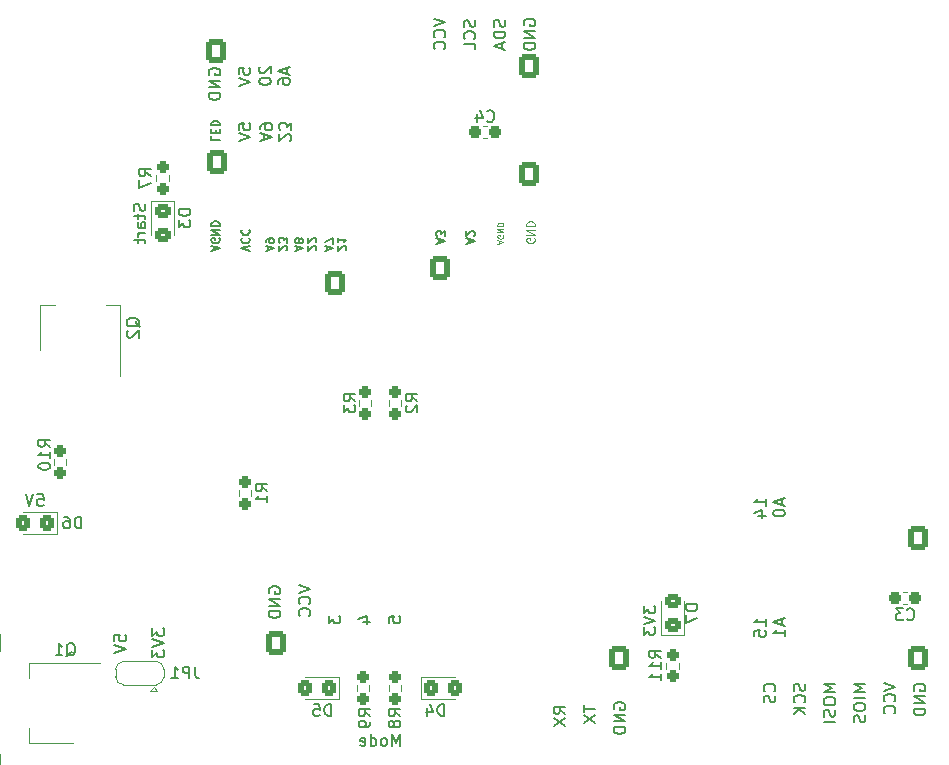
<source format=gbo>
G04 #@! TF.GenerationSoftware,KiCad,Pcbnew,6.0.11-2627ca5db0~126~ubuntu20.04.1*
G04 #@! TF.CreationDate,2023-03-12T13:33:38+01:00*
G04 #@! TF.ProjectId,Bobbycar_wiring,426f6262-7963-4617-925f-776972696e67,rev?*
G04 #@! TF.SameCoordinates,Original*
G04 #@! TF.FileFunction,Legend,Bot*
G04 #@! TF.FilePolarity,Positive*
%FSLAX46Y46*%
G04 Gerber Fmt 4.6, Leading zero omitted, Abs format (unit mm)*
G04 Created by KiCad (PCBNEW 6.0.11-2627ca5db0~126~ubuntu20.04.1) date 2023-03-12 13:33:38*
%MOMM*%
%LPD*%
G01*
G04 APERTURE LIST*
G04 Aperture macros list*
%AMRoundRect*
0 Rectangle with rounded corners*
0 $1 Rounding radius*
0 $2 $3 $4 $5 $6 $7 $8 $9 X,Y pos of 4 corners*
0 Add a 4 corners polygon primitive as box body*
4,1,4,$2,$3,$4,$5,$6,$7,$8,$9,$2,$3,0*
0 Add four circle primitives for the rounded corners*
1,1,$1+$1,$2,$3*
1,1,$1+$1,$4,$5*
1,1,$1+$1,$6,$7*
1,1,$1+$1,$8,$9*
0 Add four rect primitives between the rounded corners*
20,1,$1+$1,$2,$3,$4,$5,0*
20,1,$1+$1,$4,$5,$6,$7,0*
20,1,$1+$1,$6,$7,$8,$9,0*
20,1,$1+$1,$8,$9,$2,$3,0*%
%AMFreePoly0*
4,1,22,0.550000,-0.750000,0.000000,-0.750000,0.000000,-0.745033,-0.079941,-0.743568,-0.215256,-0.701293,-0.333266,-0.622738,-0.424486,-0.514219,-0.481581,-0.384460,-0.499164,-0.250000,-0.500000,-0.250000,-0.500000,0.250000,-0.499164,0.250000,-0.499963,0.256109,-0.478152,0.396186,-0.417904,0.524511,-0.324060,0.630769,-0.204165,0.706417,-0.067858,0.745374,0.000000,0.744959,0.000000,0.750000,
0.550000,0.750000,0.550000,-0.750000,0.550000,-0.750000,$1*%
%AMFreePoly1*
4,1,20,0.000000,0.744959,0.073905,0.744508,0.209726,0.703889,0.328688,0.626782,0.421226,0.519385,0.479903,0.390333,0.500000,0.250000,0.500000,-0.250000,0.499851,-0.262216,0.476331,-0.402017,0.414519,-0.529596,0.319384,-0.634700,0.198574,-0.708877,0.061801,-0.746166,0.000000,-0.745033,0.000000,-0.750000,-0.550000,-0.750000,-0.550000,0.750000,0.000000,0.750000,0.000000,0.744959,
0.000000,0.744959,$1*%
G04 Aperture macros list end*
%ADD10C,0.150000*%
%ADD11C,0.100000*%
%ADD12C,0.120000*%
%ADD13C,3.200000*%
%ADD14RoundRect,0.250000X0.600000X0.725000X-0.600000X0.725000X-0.600000X-0.725000X0.600000X-0.725000X0*%
%ADD15O,1.700000X1.950000*%
%ADD16RoundRect,0.250000X-0.600000X-0.725000X0.600000X-0.725000X0.600000X0.725000X-0.600000X0.725000X0*%
%ADD17RoundRect,0.237500X-0.300000X-0.237500X0.300000X-0.237500X0.300000X0.237500X-0.300000X0.237500X0*%
%ADD18R,1.700000X1.700000*%
%ADD19O,1.700000X1.700000*%
%ADD20O,1.700000X2.000000*%
%ADD21RoundRect,0.250000X-0.600000X-0.750000X0.600000X-0.750000X0.600000X0.750000X-0.600000X0.750000X0*%
%ADD22R,1.600000X1.600000*%
%ADD23C,1.600000*%
%ADD24R,1.050000X1.500000*%
%ADD25O,1.050000X1.500000*%
%ADD26RoundRect,0.237500X0.237500X-0.250000X0.237500X0.250000X-0.237500X0.250000X-0.237500X-0.250000X0*%
%ADD27R,2.000000X1.500000*%
%ADD28R,2.000000X3.800000*%
%ADD29RoundRect,0.237500X-0.237500X0.250000X-0.237500X-0.250000X0.237500X-0.250000X0.237500X0.250000X0*%
%ADD30FreePoly0,180.000000*%
%ADD31R,1.000000X1.500000*%
%ADD32FreePoly1,180.000000*%
%ADD33R,1.500000X2.000000*%
%ADD34R,3.800000X2.000000*%
%ADD35RoundRect,0.250000X-0.325000X-0.450000X0.325000X-0.450000X0.325000X0.450000X-0.325000X0.450000X0*%
%ADD36RoundRect,0.250000X-0.450000X0.325000X-0.450000X-0.325000X0.450000X-0.325000X0.450000X0.325000X0*%
%ADD37RoundRect,0.250000X0.325000X0.450000X-0.325000X0.450000X-0.325000X-0.450000X0.325000X-0.450000X0*%
%ADD38RoundRect,0.250000X0.450000X-0.325000X0.450000X0.325000X-0.450000X0.325000X-0.450000X-0.325000X0*%
G04 APERTURE END LIST*
D10*
X94933333Y-52297500D02*
X94933333Y-52630833D01*
X95633333Y-52630833D01*
X95300000Y-52064166D02*
X95300000Y-51830833D01*
X94933333Y-51730833D02*
X94933333Y-52064166D01*
X95633333Y-52064166D01*
X95633333Y-51730833D01*
X94933333Y-51430833D02*
X95633333Y-51430833D01*
X95633333Y-51264166D01*
X95600000Y-51164166D01*
X95533333Y-51097500D01*
X95466666Y-51064166D01*
X95333333Y-51030833D01*
X95233333Y-51030833D01*
X95100000Y-51064166D01*
X95033333Y-51097500D01*
X94966666Y-51164166D01*
X94933333Y-51264166D01*
X94933333Y-51430833D01*
X103750166Y-61999166D02*
X103783500Y-61965833D01*
X103816833Y-61899166D01*
X103816833Y-61732500D01*
X103783500Y-61665833D01*
X103750166Y-61632500D01*
X103683500Y-61599166D01*
X103616833Y-61599166D01*
X103516833Y-61632500D01*
X103116833Y-62032500D01*
X103116833Y-61599166D01*
X103750166Y-61332500D02*
X103783500Y-61299166D01*
X103816833Y-61232500D01*
X103816833Y-61065833D01*
X103783500Y-60999166D01*
X103750166Y-60965833D01*
X103683500Y-60932500D01*
X103616833Y-60932500D01*
X103516833Y-60965833D01*
X103116833Y-61365833D01*
X103116833Y-60932500D01*
X102189833Y-61999166D02*
X102189833Y-61665833D01*
X101989833Y-62065833D02*
X102689833Y-61832500D01*
X101989833Y-61599166D01*
X102389833Y-61265833D02*
X102423166Y-61332500D01*
X102456500Y-61365833D01*
X102523166Y-61399166D01*
X102556500Y-61399166D01*
X102623166Y-61365833D01*
X102656500Y-61332500D01*
X102689833Y-61265833D01*
X102689833Y-61132500D01*
X102656500Y-61065833D01*
X102623166Y-61032500D01*
X102556500Y-60999166D01*
X102523166Y-60999166D01*
X102456500Y-61032500D01*
X102423166Y-61065833D01*
X102389833Y-61132500D01*
X102389833Y-61265833D01*
X102356500Y-61332500D01*
X102323166Y-61365833D01*
X102256500Y-61399166D01*
X102123166Y-61399166D01*
X102056500Y-61365833D01*
X102023166Y-61332500D01*
X101989833Y-61265833D01*
X101989833Y-61132500D01*
X102023166Y-61065833D01*
X102056500Y-61032500D01*
X102123166Y-60999166D01*
X102256500Y-60999166D01*
X102323166Y-61032500D01*
X102356500Y-61065833D01*
X102389833Y-61132500D01*
X101290166Y-61999166D02*
X101323500Y-61965833D01*
X101356833Y-61899166D01*
X101356833Y-61732500D01*
X101323500Y-61665833D01*
X101290166Y-61632500D01*
X101223500Y-61599166D01*
X101156833Y-61599166D01*
X101056833Y-61632500D01*
X100656833Y-62032500D01*
X100656833Y-61599166D01*
X101356833Y-61365833D02*
X101356833Y-60932500D01*
X101090166Y-61165833D01*
X101090166Y-61065833D01*
X101056833Y-60999166D01*
X101023500Y-60965833D01*
X100956833Y-60932500D01*
X100790166Y-60932500D01*
X100723500Y-60965833D01*
X100690166Y-60999166D01*
X100656833Y-61065833D01*
X100656833Y-61265833D01*
X100690166Y-61332500D01*
X100723500Y-61365833D01*
X99729833Y-61999166D02*
X99729833Y-61665833D01*
X99529833Y-62065833D02*
X100229833Y-61832500D01*
X99529833Y-61599166D01*
X99529833Y-61332500D02*
X99529833Y-61199166D01*
X99563166Y-61132500D01*
X99596500Y-61099166D01*
X99696500Y-61032500D01*
X99829833Y-60999166D01*
X100096500Y-60999166D01*
X100163166Y-61032500D01*
X100196500Y-61065833D01*
X100229833Y-61132500D01*
X100229833Y-61265833D01*
X100196500Y-61332500D01*
X100163166Y-61365833D01*
X100096500Y-61399166D01*
X99929833Y-61399166D01*
X99863166Y-61365833D01*
X99829833Y-61332500D01*
X99796500Y-61265833D01*
X99796500Y-61132500D01*
X99829833Y-61065833D01*
X99863166Y-61032500D01*
X99929833Y-60999166D01*
X101587380Y-52724904D02*
X101635000Y-52677285D01*
X101682619Y-52582047D01*
X101682619Y-52343952D01*
X101635000Y-52248714D01*
X101587380Y-52201095D01*
X101492142Y-52153476D01*
X101396904Y-52153476D01*
X101254047Y-52201095D01*
X100682619Y-52772523D01*
X100682619Y-52153476D01*
X101682619Y-51820142D02*
X101682619Y-51201095D01*
X101301666Y-51534428D01*
X101301666Y-51391571D01*
X101254047Y-51296333D01*
X101206428Y-51248714D01*
X101111190Y-51201095D01*
X100873095Y-51201095D01*
X100777857Y-51248714D01*
X100730238Y-51296333D01*
X100682619Y-51391571D01*
X100682619Y-51677285D01*
X100730238Y-51772523D01*
X100777857Y-51820142D01*
X99358333Y-52677285D02*
X99358333Y-52201095D01*
X99072619Y-52772523D02*
X100072619Y-52439190D01*
X99072619Y-52105857D01*
X99072619Y-51724904D02*
X99072619Y-51534428D01*
X99120238Y-51439190D01*
X99167857Y-51391571D01*
X99310714Y-51296333D01*
X99501190Y-51248714D01*
X99882142Y-51248714D01*
X99977380Y-51296333D01*
X100025000Y-51343952D01*
X100072619Y-51439190D01*
X100072619Y-51629666D01*
X100025000Y-51724904D01*
X99977380Y-51772523D01*
X99882142Y-51820142D01*
X99644047Y-51820142D01*
X99548809Y-51772523D01*
X99501190Y-51724904D01*
X99453571Y-51629666D01*
X99453571Y-51439190D01*
X99501190Y-51343952D01*
X99548809Y-51296333D01*
X99644047Y-51248714D01*
X89304761Y-58070952D02*
X89352380Y-58213809D01*
X89352380Y-58451904D01*
X89304761Y-58547142D01*
X89257142Y-58594761D01*
X89161904Y-58642380D01*
X89066666Y-58642380D01*
X88971428Y-58594761D01*
X88923809Y-58547142D01*
X88876190Y-58451904D01*
X88828571Y-58261428D01*
X88780952Y-58166190D01*
X88733333Y-58118571D01*
X88638095Y-58070952D01*
X88542857Y-58070952D01*
X88447619Y-58118571D01*
X88400000Y-58166190D01*
X88352380Y-58261428D01*
X88352380Y-58499523D01*
X88400000Y-58642380D01*
X88685714Y-58928095D02*
X88685714Y-59309047D01*
X88352380Y-59070952D02*
X89209523Y-59070952D01*
X89304761Y-59118571D01*
X89352380Y-59213809D01*
X89352380Y-59309047D01*
X89352380Y-60070952D02*
X88828571Y-60070952D01*
X88733333Y-60023333D01*
X88685714Y-59928095D01*
X88685714Y-59737619D01*
X88733333Y-59642380D01*
X89304761Y-60070952D02*
X89352380Y-59975714D01*
X89352380Y-59737619D01*
X89304761Y-59642380D01*
X89209523Y-59594761D01*
X89114285Y-59594761D01*
X89019047Y-59642380D01*
X88971428Y-59737619D01*
X88971428Y-59975714D01*
X88923809Y-60070952D01*
X89352380Y-60547142D02*
X88685714Y-60547142D01*
X88876190Y-60547142D02*
X88780952Y-60594761D01*
X88733333Y-60642380D01*
X88685714Y-60737619D01*
X88685714Y-60832857D01*
X88685714Y-61023333D02*
X88685714Y-61404285D01*
X88352380Y-61166190D02*
X89209523Y-61166190D01*
X89304761Y-61213809D01*
X89352380Y-61309047D01*
X89352380Y-61404285D01*
X129040000Y-100838095D02*
X128992380Y-100742857D01*
X128992380Y-100600000D01*
X129040000Y-100457142D01*
X129135238Y-100361904D01*
X129230476Y-100314285D01*
X129420952Y-100266666D01*
X129563809Y-100266666D01*
X129754285Y-100314285D01*
X129849523Y-100361904D01*
X129944761Y-100457142D01*
X129992380Y-100600000D01*
X129992380Y-100695238D01*
X129944761Y-100838095D01*
X129897142Y-100885714D01*
X129563809Y-100885714D01*
X129563809Y-100695238D01*
X129992380Y-101314285D02*
X128992380Y-101314285D01*
X129992380Y-101885714D01*
X128992380Y-101885714D01*
X129992380Y-102361904D02*
X128992380Y-102361904D01*
X128992380Y-102600000D01*
X129040000Y-102742857D01*
X129135238Y-102838095D01*
X129230476Y-102885714D01*
X129420952Y-102933333D01*
X129563809Y-102933333D01*
X129754285Y-102885714D01*
X129849523Y-102838095D01*
X129944761Y-102742857D01*
X129992380Y-102600000D01*
X129992380Y-102361904D01*
X119784761Y-42493714D02*
X119832380Y-42636571D01*
X119832380Y-42874666D01*
X119784761Y-42969904D01*
X119737142Y-43017523D01*
X119641904Y-43065142D01*
X119546666Y-43065142D01*
X119451428Y-43017523D01*
X119403809Y-42969904D01*
X119356190Y-42874666D01*
X119308571Y-42684190D01*
X119260952Y-42588952D01*
X119213333Y-42541333D01*
X119118095Y-42493714D01*
X119022857Y-42493714D01*
X118927619Y-42541333D01*
X118880000Y-42588952D01*
X118832380Y-42684190D01*
X118832380Y-42922285D01*
X118880000Y-43065142D01*
X119832380Y-43493714D02*
X118832380Y-43493714D01*
X118832380Y-43731809D01*
X118880000Y-43874666D01*
X118975238Y-43969904D01*
X119070476Y-44017523D01*
X119260952Y-44065142D01*
X119403809Y-44065142D01*
X119594285Y-44017523D01*
X119689523Y-43969904D01*
X119784761Y-43874666D01*
X119832380Y-43731809D01*
X119832380Y-43493714D01*
X119546666Y-44446095D02*
X119546666Y-44922285D01*
X119832380Y-44350857D02*
X118832380Y-44684190D01*
X119832380Y-45017523D01*
X107735714Y-93474166D02*
X108402380Y-93474166D01*
X107354761Y-93236071D02*
X108069047Y-92997976D01*
X108069047Y-93617023D01*
X94750000Y-47146785D02*
X94702380Y-47051547D01*
X94702380Y-46908690D01*
X94750000Y-46765833D01*
X94845238Y-46670595D01*
X94940476Y-46622976D01*
X95130952Y-46575357D01*
X95273809Y-46575357D01*
X95464285Y-46622976D01*
X95559523Y-46670595D01*
X95654761Y-46765833D01*
X95702380Y-46908690D01*
X95702380Y-47003928D01*
X95654761Y-47146785D01*
X95607142Y-47194404D01*
X95273809Y-47194404D01*
X95273809Y-47003928D01*
X95702380Y-47622976D02*
X94702380Y-47622976D01*
X95702380Y-48194404D01*
X94702380Y-48194404D01*
X95702380Y-48670595D02*
X94702380Y-48670595D01*
X94702380Y-48908690D01*
X94750000Y-49051547D01*
X94845238Y-49146785D01*
X94940476Y-49194404D01*
X95130952Y-49242023D01*
X95273809Y-49242023D01*
X95464285Y-49194404D01*
X95559523Y-49146785D01*
X95654761Y-49051547D01*
X95702380Y-48908690D01*
X95702380Y-48670595D01*
X99072619Y-46448214D02*
X99025000Y-46495833D01*
X98977380Y-46591071D01*
X98977380Y-46829166D01*
X99025000Y-46924404D01*
X99072619Y-46972023D01*
X99167857Y-47019642D01*
X99263095Y-47019642D01*
X99405952Y-46972023D01*
X99977380Y-46400595D01*
X99977380Y-47019642D01*
X98977380Y-47638690D02*
X98977380Y-47733928D01*
X99025000Y-47829166D01*
X99072619Y-47876785D01*
X99167857Y-47924404D01*
X99358333Y-47972023D01*
X99596428Y-47972023D01*
X99786904Y-47924404D01*
X99882142Y-47876785D01*
X99929761Y-47829166D01*
X99977380Y-47733928D01*
X99977380Y-47638690D01*
X99929761Y-47543452D01*
X99882142Y-47495833D01*
X99786904Y-47448214D01*
X99596428Y-47400595D01*
X99358333Y-47400595D01*
X99167857Y-47448214D01*
X99072619Y-47495833D01*
X99025000Y-47543452D01*
X98977380Y-47638690D01*
X101301666Y-46543452D02*
X101301666Y-47019642D01*
X101587380Y-46448214D02*
X100587380Y-46781547D01*
X101587380Y-47114880D01*
X100587380Y-47876785D02*
X100587380Y-47686309D01*
X100635000Y-47591071D01*
X100682619Y-47543452D01*
X100825476Y-47448214D01*
X101015952Y-47400595D01*
X101396904Y-47400595D01*
X101492142Y-47448214D01*
X101539761Y-47495833D01*
X101587380Y-47591071D01*
X101587380Y-47781547D01*
X101539761Y-47876785D01*
X101492142Y-47924404D01*
X101396904Y-47972023D01*
X101158809Y-47972023D01*
X101063571Y-47924404D01*
X101015952Y-47876785D01*
X100968333Y-47781547D01*
X100968333Y-47591071D01*
X101015952Y-47495833D01*
X101063571Y-47448214D01*
X101158809Y-47400595D01*
X142597142Y-99332023D02*
X142644761Y-99284404D01*
X142692380Y-99141547D01*
X142692380Y-99046309D01*
X142644761Y-98903452D01*
X142549523Y-98808214D01*
X142454285Y-98760595D01*
X142263809Y-98712976D01*
X142120952Y-98712976D01*
X141930476Y-98760595D01*
X141835238Y-98808214D01*
X141740000Y-98903452D01*
X141692380Y-99046309D01*
X141692380Y-99141547D01*
X141740000Y-99284404D01*
X141787619Y-99332023D01*
X142644761Y-99712976D02*
X142692380Y-99855833D01*
X142692380Y-100093928D01*
X142644761Y-100189166D01*
X142597142Y-100236785D01*
X142501904Y-100284404D01*
X142406666Y-100284404D01*
X142311428Y-100236785D01*
X142263809Y-100189166D01*
X142216190Y-100093928D01*
X142168571Y-99903452D01*
X142120952Y-99808214D01*
X142073333Y-99760595D01*
X141978095Y-99712976D01*
X141882857Y-99712976D01*
X141787619Y-99760595D01*
X141740000Y-99808214D01*
X141692380Y-99903452D01*
X141692380Y-100141547D01*
X141740000Y-100284404D01*
X150312380Y-98760595D02*
X149312380Y-98760595D01*
X150026666Y-99093928D01*
X149312380Y-99427261D01*
X150312380Y-99427261D01*
X150312380Y-99903452D02*
X149312380Y-99903452D01*
X149312380Y-100570119D02*
X149312380Y-100760595D01*
X149360000Y-100855833D01*
X149455238Y-100951071D01*
X149645714Y-100998690D01*
X149979047Y-100998690D01*
X150169523Y-100951071D01*
X150264761Y-100855833D01*
X150312380Y-100760595D01*
X150312380Y-100570119D01*
X150264761Y-100474880D01*
X150169523Y-100379642D01*
X149979047Y-100332023D01*
X149645714Y-100332023D01*
X149455238Y-100379642D01*
X149360000Y-100474880D01*
X149312380Y-100570119D01*
X150264761Y-101379642D02*
X150312380Y-101522500D01*
X150312380Y-101760595D01*
X150264761Y-101855833D01*
X150217142Y-101903452D01*
X150121904Y-101951071D01*
X150026666Y-101951071D01*
X149931428Y-101903452D01*
X149883809Y-101855833D01*
X149836190Y-101760595D01*
X149788571Y-101570119D01*
X149740952Y-101474880D01*
X149693333Y-101427261D01*
X149598095Y-101379642D01*
X149502857Y-101379642D01*
X149407619Y-101427261D01*
X149360000Y-101474880D01*
X149312380Y-101570119D01*
X149312380Y-101808214D01*
X149360000Y-101951071D01*
X102322380Y-90362738D02*
X103322380Y-90696071D01*
X102322380Y-91029404D01*
X103227142Y-91934166D02*
X103274761Y-91886547D01*
X103322380Y-91743690D01*
X103322380Y-91648452D01*
X103274761Y-91505595D01*
X103179523Y-91410357D01*
X103084285Y-91362738D01*
X102893809Y-91315119D01*
X102750952Y-91315119D01*
X102560476Y-91362738D01*
X102465238Y-91410357D01*
X102370000Y-91505595D01*
X102322380Y-91648452D01*
X102322380Y-91743690D01*
X102370000Y-91886547D01*
X102417619Y-91934166D01*
X103227142Y-92934166D02*
X103274761Y-92886547D01*
X103322380Y-92743690D01*
X103322380Y-92648452D01*
X103274761Y-92505595D01*
X103179523Y-92410357D01*
X103084285Y-92362738D01*
X102893809Y-92315119D01*
X102750952Y-92315119D01*
X102560476Y-92362738D01*
X102465238Y-92410357D01*
X102370000Y-92505595D01*
X102322380Y-92648452D01*
X102322380Y-92743690D01*
X102370000Y-92886547D01*
X102417619Y-92934166D01*
X80200476Y-82637380D02*
X80676666Y-82637380D01*
X80724285Y-83113571D01*
X80676666Y-83065952D01*
X80581428Y-83018333D01*
X80343333Y-83018333D01*
X80248095Y-83065952D01*
X80200476Y-83113571D01*
X80152857Y-83208809D01*
X80152857Y-83446904D01*
X80200476Y-83542142D01*
X80248095Y-83589761D01*
X80343333Y-83637380D01*
X80581428Y-83637380D01*
X80676666Y-83589761D01*
X80724285Y-83542142D01*
X79867142Y-82637380D02*
X79533809Y-83637380D01*
X79200476Y-82637380D01*
X117244761Y-42517523D02*
X117292380Y-42660380D01*
X117292380Y-42898476D01*
X117244761Y-42993714D01*
X117197142Y-43041333D01*
X117101904Y-43088952D01*
X117006666Y-43088952D01*
X116911428Y-43041333D01*
X116863809Y-42993714D01*
X116816190Y-42898476D01*
X116768571Y-42708000D01*
X116720952Y-42612761D01*
X116673333Y-42565142D01*
X116578095Y-42517523D01*
X116482857Y-42517523D01*
X116387619Y-42565142D01*
X116340000Y-42612761D01*
X116292380Y-42708000D01*
X116292380Y-42946095D01*
X116340000Y-43088952D01*
X117197142Y-44088952D02*
X117244761Y-44041333D01*
X117292380Y-43898476D01*
X117292380Y-43803238D01*
X117244761Y-43660380D01*
X117149523Y-43565142D01*
X117054285Y-43517523D01*
X116863809Y-43469904D01*
X116720952Y-43469904D01*
X116530476Y-43517523D01*
X116435238Y-43565142D01*
X116340000Y-43660380D01*
X116292380Y-43803238D01*
X116292380Y-43898476D01*
X116340000Y-44041333D01*
X116387619Y-44088952D01*
X117292380Y-44993714D02*
X117292380Y-44517523D01*
X116292380Y-44517523D01*
X99830000Y-91029404D02*
X99782380Y-90934166D01*
X99782380Y-90791309D01*
X99830000Y-90648452D01*
X99925238Y-90553214D01*
X100020476Y-90505595D01*
X100210952Y-90457976D01*
X100353809Y-90457976D01*
X100544285Y-90505595D01*
X100639523Y-90553214D01*
X100734761Y-90648452D01*
X100782380Y-90791309D01*
X100782380Y-90886547D01*
X100734761Y-91029404D01*
X100687142Y-91077023D01*
X100353809Y-91077023D01*
X100353809Y-90886547D01*
X100782380Y-91505595D02*
X99782380Y-91505595D01*
X100782380Y-92077023D01*
X99782380Y-92077023D01*
X100782380Y-92553214D02*
X99782380Y-92553214D01*
X99782380Y-92791309D01*
X99830000Y-92934166D01*
X99925238Y-93029404D01*
X100020476Y-93077023D01*
X100210952Y-93124642D01*
X100353809Y-93124642D01*
X100544285Y-93077023D01*
X100639523Y-93029404D01*
X100734761Y-92934166D01*
X100782380Y-92791309D01*
X100782380Y-92553214D01*
X86712380Y-95059523D02*
X86712380Y-94583333D01*
X87188571Y-94535714D01*
X87140952Y-94583333D01*
X87093333Y-94678571D01*
X87093333Y-94916666D01*
X87140952Y-95011904D01*
X87188571Y-95059523D01*
X87283809Y-95107142D01*
X87521904Y-95107142D01*
X87617142Y-95059523D01*
X87664761Y-95011904D01*
X87712380Y-94916666D01*
X87712380Y-94678571D01*
X87664761Y-94583333D01*
X87617142Y-94535714D01*
X86712380Y-95392857D02*
X87712380Y-95726190D01*
X86712380Y-96059523D01*
X89932380Y-94011904D02*
X89932380Y-94630952D01*
X90313333Y-94297619D01*
X90313333Y-94440476D01*
X90360952Y-94535714D01*
X90408571Y-94583333D01*
X90503809Y-94630952D01*
X90741904Y-94630952D01*
X90837142Y-94583333D01*
X90884761Y-94535714D01*
X90932380Y-94440476D01*
X90932380Y-94154761D01*
X90884761Y-94059523D01*
X90837142Y-94011904D01*
X89932380Y-94916666D02*
X90932380Y-95250000D01*
X89932380Y-95583333D01*
X89932380Y-95821428D02*
X89932380Y-96440476D01*
X90313333Y-96107142D01*
X90313333Y-96250000D01*
X90360952Y-96345238D01*
X90408571Y-96392857D01*
X90503809Y-96440476D01*
X90741904Y-96440476D01*
X90837142Y-96392857D01*
X90884761Y-96345238D01*
X90932380Y-96250000D01*
X90932380Y-95964285D01*
X90884761Y-95869047D01*
X90837142Y-95821428D01*
X97242380Y-51772523D02*
X97242380Y-51296333D01*
X97718571Y-51248714D01*
X97670952Y-51296333D01*
X97623333Y-51391571D01*
X97623333Y-51629666D01*
X97670952Y-51724904D01*
X97718571Y-51772523D01*
X97813809Y-51820142D01*
X98051904Y-51820142D01*
X98147142Y-51772523D01*
X98194761Y-51724904D01*
X98242380Y-51629666D01*
X98242380Y-51391571D01*
X98194761Y-51296333D01*
X98147142Y-51248714D01*
X97242380Y-52105857D02*
X98242380Y-52439190D01*
X97242380Y-52772523D01*
X97242380Y-47067261D02*
X97242380Y-46591071D01*
X97718571Y-46543452D01*
X97670952Y-46591071D01*
X97623333Y-46686309D01*
X97623333Y-46924404D01*
X97670952Y-47019642D01*
X97718571Y-47067261D01*
X97813809Y-47114880D01*
X98051904Y-47114880D01*
X98147142Y-47067261D01*
X98194761Y-47019642D01*
X98242380Y-46924404D01*
X98242380Y-46686309D01*
X98194761Y-46591071D01*
X98147142Y-46543452D01*
X97242380Y-47400595D02*
X98242380Y-47733928D01*
X97242380Y-48067261D01*
X151852380Y-98617738D02*
X152852380Y-98951071D01*
X151852380Y-99284404D01*
X152757142Y-100189166D02*
X152804761Y-100141547D01*
X152852380Y-99998690D01*
X152852380Y-99903452D01*
X152804761Y-99760595D01*
X152709523Y-99665357D01*
X152614285Y-99617738D01*
X152423809Y-99570119D01*
X152280952Y-99570119D01*
X152090476Y-99617738D01*
X151995238Y-99665357D01*
X151900000Y-99760595D01*
X151852380Y-99903452D01*
X151852380Y-99998690D01*
X151900000Y-100141547D01*
X151947619Y-100189166D01*
X152757142Y-101189166D02*
X152804761Y-101141547D01*
X152852380Y-100998690D01*
X152852380Y-100903452D01*
X152804761Y-100760595D01*
X152709523Y-100665357D01*
X152614285Y-100617738D01*
X152423809Y-100570119D01*
X152280952Y-100570119D01*
X152090476Y-100617738D01*
X151995238Y-100665357D01*
X151900000Y-100760595D01*
X151852380Y-100903452D01*
X151852380Y-100998690D01*
X151900000Y-101141547D01*
X151947619Y-101189166D01*
X113752380Y-42374666D02*
X114752380Y-42708000D01*
X113752380Y-43041333D01*
X114657142Y-43946095D02*
X114704761Y-43898476D01*
X114752380Y-43755619D01*
X114752380Y-43660380D01*
X114704761Y-43517523D01*
X114609523Y-43422285D01*
X114514285Y-43374666D01*
X114323809Y-43327047D01*
X114180952Y-43327047D01*
X113990476Y-43374666D01*
X113895238Y-43422285D01*
X113800000Y-43517523D01*
X113752380Y-43660380D01*
X113752380Y-43755619D01*
X113800000Y-43898476D01*
X113847619Y-43946095D01*
X114657142Y-44946095D02*
X114704761Y-44898476D01*
X114752380Y-44755619D01*
X114752380Y-44660380D01*
X114704761Y-44517523D01*
X114609523Y-44422285D01*
X114514285Y-44374666D01*
X114323809Y-44327047D01*
X114180952Y-44327047D01*
X113990476Y-44374666D01*
X113895238Y-44422285D01*
X113800000Y-44517523D01*
X113752380Y-44660380D01*
X113752380Y-44755619D01*
X113800000Y-44898476D01*
X113847619Y-44946095D01*
X141887380Y-83629523D02*
X141887380Y-83058095D01*
X141887380Y-83343809D02*
X140887380Y-83343809D01*
X141030238Y-83248571D01*
X141125476Y-83153333D01*
X141173095Y-83058095D01*
X141220714Y-84486666D02*
X141887380Y-84486666D01*
X140839761Y-84248571D02*
X141554047Y-84010476D01*
X141554047Y-84629523D01*
X143211666Y-83105714D02*
X143211666Y-83581904D01*
X143497380Y-83010476D02*
X142497380Y-83343809D01*
X143497380Y-83677142D01*
X142497380Y-84200952D02*
X142497380Y-84296190D01*
X142545000Y-84391428D01*
X142592619Y-84439047D01*
X142687857Y-84486666D01*
X142878333Y-84534285D01*
X143116428Y-84534285D01*
X143306904Y-84486666D01*
X143402142Y-84439047D01*
X143449761Y-84391428D01*
X143497380Y-84296190D01*
X143497380Y-84200952D01*
X143449761Y-84105714D01*
X143402142Y-84058095D01*
X143306904Y-84010476D01*
X143116428Y-83962857D01*
X142878333Y-83962857D01*
X142687857Y-84010476D01*
X142592619Y-84058095D01*
X142545000Y-84105714D01*
X142497380Y-84200952D01*
X104862380Y-92950357D02*
X104862380Y-93569404D01*
X105243333Y-93236071D01*
X105243333Y-93378928D01*
X105290952Y-93474166D01*
X105338571Y-93521785D01*
X105433809Y-93569404D01*
X105671904Y-93569404D01*
X105767142Y-93521785D01*
X105814761Y-93474166D01*
X105862380Y-93378928D01*
X105862380Y-93093214D01*
X105814761Y-92997976D01*
X105767142Y-92950357D01*
X126452380Y-100522738D02*
X126452380Y-101094166D01*
X127452380Y-100808452D02*
X126452380Y-100808452D01*
X126452380Y-101332261D02*
X127452380Y-101998928D01*
X126452380Y-101998928D02*
X127452380Y-101332261D01*
X147772380Y-98760595D02*
X146772380Y-98760595D01*
X147486666Y-99093928D01*
X146772380Y-99427261D01*
X147772380Y-99427261D01*
X146772380Y-100093928D02*
X146772380Y-100284404D01*
X146820000Y-100379642D01*
X146915238Y-100474880D01*
X147105714Y-100522500D01*
X147439047Y-100522500D01*
X147629523Y-100474880D01*
X147724761Y-100379642D01*
X147772380Y-100284404D01*
X147772380Y-100093928D01*
X147724761Y-99998690D01*
X147629523Y-99903452D01*
X147439047Y-99855833D01*
X147105714Y-99855833D01*
X146915238Y-99903452D01*
X146820000Y-99998690D01*
X146772380Y-100093928D01*
X147724761Y-100903452D02*
X147772380Y-101046309D01*
X147772380Y-101284404D01*
X147724761Y-101379642D01*
X147677142Y-101427261D01*
X147581904Y-101474880D01*
X147486666Y-101474880D01*
X147391428Y-101427261D01*
X147343809Y-101379642D01*
X147296190Y-101284404D01*
X147248571Y-101093928D01*
X147200952Y-100998690D01*
X147153333Y-100951071D01*
X147058095Y-100903452D01*
X146962857Y-100903452D01*
X146867619Y-100951071D01*
X146820000Y-100998690D01*
X146772380Y-101093928D01*
X146772380Y-101332023D01*
X146820000Y-101474880D01*
X147772380Y-101903452D02*
X146772380Y-101903452D01*
X145184761Y-98712976D02*
X145232380Y-98855833D01*
X145232380Y-99093928D01*
X145184761Y-99189166D01*
X145137142Y-99236785D01*
X145041904Y-99284404D01*
X144946666Y-99284404D01*
X144851428Y-99236785D01*
X144803809Y-99189166D01*
X144756190Y-99093928D01*
X144708571Y-98903452D01*
X144660952Y-98808214D01*
X144613333Y-98760595D01*
X144518095Y-98712976D01*
X144422857Y-98712976D01*
X144327619Y-98760595D01*
X144280000Y-98808214D01*
X144232380Y-98903452D01*
X144232380Y-99141547D01*
X144280000Y-99284404D01*
X145137142Y-100284404D02*
X145184761Y-100236785D01*
X145232380Y-100093928D01*
X145232380Y-99998690D01*
X145184761Y-99855833D01*
X145089523Y-99760595D01*
X144994285Y-99712976D01*
X144803809Y-99665357D01*
X144660952Y-99665357D01*
X144470476Y-99712976D01*
X144375238Y-99760595D01*
X144280000Y-99855833D01*
X144232380Y-99998690D01*
X144232380Y-100093928D01*
X144280000Y-100236785D01*
X144327619Y-100284404D01*
X145232380Y-100712976D02*
X144232380Y-100712976D01*
X145232380Y-101284404D02*
X144660952Y-100855833D01*
X144232380Y-101284404D02*
X144803809Y-100712976D01*
X141887380Y-93789523D02*
X141887380Y-93218095D01*
X141887380Y-93503809D02*
X140887380Y-93503809D01*
X141030238Y-93408571D01*
X141125476Y-93313333D01*
X141173095Y-93218095D01*
X140887380Y-94694285D02*
X140887380Y-94218095D01*
X141363571Y-94170476D01*
X141315952Y-94218095D01*
X141268333Y-94313333D01*
X141268333Y-94551428D01*
X141315952Y-94646666D01*
X141363571Y-94694285D01*
X141458809Y-94741904D01*
X141696904Y-94741904D01*
X141792142Y-94694285D01*
X141839761Y-94646666D01*
X141887380Y-94551428D01*
X141887380Y-94313333D01*
X141839761Y-94218095D01*
X141792142Y-94170476D01*
X143211666Y-93265714D02*
X143211666Y-93741904D01*
X143497380Y-93170476D02*
X142497380Y-93503809D01*
X143497380Y-93837142D01*
X143497380Y-94694285D02*
X143497380Y-94122857D01*
X143497380Y-94408571D02*
X142497380Y-94408571D01*
X142640238Y-94313333D01*
X142735476Y-94218095D01*
X142783095Y-94122857D01*
X109942380Y-93521785D02*
X109942380Y-93045595D01*
X110418571Y-92997976D01*
X110370952Y-93045595D01*
X110323333Y-93140833D01*
X110323333Y-93378928D01*
X110370952Y-93474166D01*
X110418571Y-93521785D01*
X110513809Y-93569404D01*
X110751904Y-93569404D01*
X110847142Y-93521785D01*
X110894761Y-93474166D01*
X110942380Y-93378928D01*
X110942380Y-93140833D01*
X110894761Y-93045595D01*
X110847142Y-92997976D01*
X124912380Y-101237023D02*
X124436190Y-100903690D01*
X124912380Y-100665595D02*
X123912380Y-100665595D01*
X123912380Y-101046547D01*
X123960000Y-101141785D01*
X124007619Y-101189404D01*
X124102857Y-101237023D01*
X124245714Y-101237023D01*
X124340952Y-101189404D01*
X124388571Y-101141785D01*
X124436190Y-101046547D01*
X124436190Y-100665595D01*
X123912380Y-101570357D02*
X124912380Y-102237023D01*
X123912380Y-102237023D02*
X124912380Y-101570357D01*
X121420000Y-42946095D02*
X121372380Y-42850857D01*
X121372380Y-42708000D01*
X121420000Y-42565142D01*
X121515238Y-42469904D01*
X121610476Y-42422285D01*
X121800952Y-42374666D01*
X121943809Y-42374666D01*
X122134285Y-42422285D01*
X122229523Y-42469904D01*
X122324761Y-42565142D01*
X122372380Y-42708000D01*
X122372380Y-42803238D01*
X122324761Y-42946095D01*
X122277142Y-42993714D01*
X121943809Y-42993714D01*
X121943809Y-42803238D01*
X122372380Y-43422285D02*
X121372380Y-43422285D01*
X122372380Y-43993714D01*
X121372380Y-43993714D01*
X122372380Y-44469904D02*
X121372380Y-44469904D01*
X121372380Y-44708000D01*
X121420000Y-44850857D01*
X121515238Y-44946095D01*
X121610476Y-44993714D01*
X121800952Y-45041333D01*
X121943809Y-45041333D01*
X122134285Y-44993714D01*
X122229523Y-44946095D01*
X122324761Y-44850857D01*
X122372380Y-44708000D01*
X122372380Y-44469904D01*
X110886666Y-103957380D02*
X110886666Y-102957380D01*
X110553333Y-103671666D01*
X110220000Y-102957380D01*
X110220000Y-103957380D01*
X109600952Y-103957380D02*
X109696190Y-103909761D01*
X109743809Y-103862142D01*
X109791428Y-103766904D01*
X109791428Y-103481190D01*
X109743809Y-103385952D01*
X109696190Y-103338333D01*
X109600952Y-103290714D01*
X109458095Y-103290714D01*
X109362857Y-103338333D01*
X109315238Y-103385952D01*
X109267619Y-103481190D01*
X109267619Y-103766904D01*
X109315238Y-103862142D01*
X109362857Y-103909761D01*
X109458095Y-103957380D01*
X109600952Y-103957380D01*
X108410476Y-103957380D02*
X108410476Y-102957380D01*
X108410476Y-103909761D02*
X108505714Y-103957380D01*
X108696190Y-103957380D01*
X108791428Y-103909761D01*
X108839047Y-103862142D01*
X108886666Y-103766904D01*
X108886666Y-103481190D01*
X108839047Y-103385952D01*
X108791428Y-103338333D01*
X108696190Y-103290714D01*
X108505714Y-103290714D01*
X108410476Y-103338333D01*
X107553333Y-103909761D02*
X107648571Y-103957380D01*
X107839047Y-103957380D01*
X107934285Y-103909761D01*
X107981904Y-103814523D01*
X107981904Y-103433571D01*
X107934285Y-103338333D01*
X107839047Y-103290714D01*
X107648571Y-103290714D01*
X107553333Y-103338333D01*
X107505714Y-103433571D01*
X107505714Y-103528809D01*
X107981904Y-103624047D01*
X154440000Y-99284404D02*
X154392380Y-99189166D01*
X154392380Y-99046309D01*
X154440000Y-98903452D01*
X154535238Y-98808214D01*
X154630476Y-98760595D01*
X154820952Y-98712976D01*
X154963809Y-98712976D01*
X155154285Y-98760595D01*
X155249523Y-98808214D01*
X155344761Y-98903452D01*
X155392380Y-99046309D01*
X155392380Y-99141547D01*
X155344761Y-99284404D01*
X155297142Y-99332023D01*
X154963809Y-99332023D01*
X154963809Y-99141547D01*
X155392380Y-99760595D02*
X154392380Y-99760595D01*
X155392380Y-100332023D01*
X154392380Y-100332023D01*
X155392380Y-100808214D02*
X154392380Y-100808214D01*
X154392380Y-101046309D01*
X154440000Y-101189166D01*
X154535238Y-101284404D01*
X154630476Y-101332023D01*
X154820952Y-101379642D01*
X154963809Y-101379642D01*
X155154285Y-101332023D01*
X155249523Y-101284404D01*
X155344761Y-101189166D01*
X155392380Y-101046309D01*
X155392380Y-100808214D01*
X131532380Y-92106904D02*
X131532380Y-92725952D01*
X131913333Y-92392619D01*
X131913333Y-92535476D01*
X131960952Y-92630714D01*
X132008571Y-92678333D01*
X132103809Y-92725952D01*
X132341904Y-92725952D01*
X132437142Y-92678333D01*
X132484761Y-92630714D01*
X132532380Y-92535476D01*
X132532380Y-92249761D01*
X132484761Y-92154523D01*
X132437142Y-92106904D01*
X131532380Y-93011666D02*
X132532380Y-93345000D01*
X131532380Y-93678333D01*
X131532380Y-93916428D02*
X131532380Y-94535476D01*
X131913333Y-94202142D01*
X131913333Y-94345000D01*
X131960952Y-94440238D01*
X132008571Y-94487857D01*
X132103809Y-94535476D01*
X132341904Y-94535476D01*
X132437142Y-94487857D01*
X132484761Y-94440238D01*
X132532380Y-94345000D01*
X132532380Y-94059285D01*
X132484761Y-93964047D01*
X132437142Y-93916428D01*
D11*
X119296666Y-61434761D02*
X119296666Y-61196666D01*
X119153809Y-61482380D02*
X119653809Y-61315714D01*
X119153809Y-61149047D01*
X119630000Y-60720476D02*
X119653809Y-60768095D01*
X119653809Y-60839523D01*
X119630000Y-60910952D01*
X119582380Y-60958571D01*
X119534761Y-60982380D01*
X119439523Y-61006190D01*
X119368095Y-61006190D01*
X119272857Y-60982380D01*
X119225238Y-60958571D01*
X119177619Y-60910952D01*
X119153809Y-60839523D01*
X119153809Y-60791904D01*
X119177619Y-60720476D01*
X119201428Y-60696666D01*
X119368095Y-60696666D01*
X119368095Y-60791904D01*
X119153809Y-60482380D02*
X119653809Y-60482380D01*
X119153809Y-60196666D01*
X119653809Y-60196666D01*
X119153809Y-59958571D02*
X119653809Y-59958571D01*
X119653809Y-59839523D01*
X119630000Y-59768095D01*
X119582380Y-59720476D01*
X119534761Y-59696666D01*
X119439523Y-59672857D01*
X119368095Y-59672857D01*
X119272857Y-59696666D01*
X119225238Y-59720476D01*
X119177619Y-59768095D01*
X119153809Y-59839523D01*
X119153809Y-59958571D01*
D10*
X116723333Y-61364166D02*
X116723333Y-61030833D01*
X116523333Y-61430833D02*
X117223333Y-61197500D01*
X116523333Y-60964166D01*
X117156666Y-60764166D02*
X117190000Y-60730833D01*
X117223333Y-60664166D01*
X117223333Y-60497500D01*
X117190000Y-60430833D01*
X117156666Y-60397500D01*
X117090000Y-60364166D01*
X117023333Y-60364166D01*
X116923333Y-60397500D01*
X116523333Y-60797500D01*
X116523333Y-60364166D01*
X114183333Y-61364166D02*
X114183333Y-61030833D01*
X113983333Y-61430833D02*
X114683333Y-61197500D01*
X113983333Y-60964166D01*
X114683333Y-60797500D02*
X114683333Y-60364166D01*
X114416666Y-60597500D01*
X114416666Y-60497500D01*
X114383333Y-60430833D01*
X114350000Y-60397500D01*
X114283333Y-60364166D01*
X114116666Y-60364166D01*
X114050000Y-60397500D01*
X114016666Y-60430833D01*
X113983333Y-60497500D01*
X113983333Y-60697500D01*
X114016666Y-60764166D01*
X114050000Y-60797500D01*
X106290166Y-61999166D02*
X106323500Y-61965833D01*
X106356833Y-61899166D01*
X106356833Y-61732500D01*
X106323500Y-61665833D01*
X106290166Y-61632500D01*
X106223500Y-61599166D01*
X106156833Y-61599166D01*
X106056833Y-61632500D01*
X105656833Y-62032500D01*
X105656833Y-61599166D01*
X105656833Y-60932500D02*
X105656833Y-61332500D01*
X105656833Y-61132500D02*
X106356833Y-61132500D01*
X106256833Y-61199166D01*
X106190166Y-61265833D01*
X106156833Y-61332500D01*
X104729833Y-61999166D02*
X104729833Y-61665833D01*
X104529833Y-62065833D02*
X105229833Y-61832500D01*
X104529833Y-61599166D01*
X105229833Y-61432500D02*
X105229833Y-60965833D01*
X104529833Y-61265833D01*
X98173333Y-62065833D02*
X97473333Y-61832500D01*
X98173333Y-61599166D01*
X97540000Y-60965833D02*
X97506666Y-60999166D01*
X97473333Y-61099166D01*
X97473333Y-61165833D01*
X97506666Y-61265833D01*
X97573333Y-61332500D01*
X97640000Y-61365833D01*
X97773333Y-61399166D01*
X97873333Y-61399166D01*
X98006666Y-61365833D01*
X98073333Y-61332500D01*
X98140000Y-61265833D01*
X98173333Y-61165833D01*
X98173333Y-61099166D01*
X98140000Y-60999166D01*
X98106666Y-60965833D01*
X97540000Y-60265833D02*
X97506666Y-60299166D01*
X97473333Y-60399166D01*
X97473333Y-60465833D01*
X97506666Y-60565833D01*
X97573333Y-60632500D01*
X97640000Y-60665833D01*
X97773333Y-60699166D01*
X97873333Y-60699166D01*
X98006666Y-60665833D01*
X98073333Y-60632500D01*
X98140000Y-60565833D01*
X98173333Y-60465833D01*
X98173333Y-60399166D01*
X98140000Y-60299166D01*
X98106666Y-60265833D01*
X95133333Y-61999166D02*
X95133333Y-61665833D01*
X94933333Y-62065833D02*
X95633333Y-61832500D01*
X94933333Y-61599166D01*
X95600000Y-60999166D02*
X95633333Y-61065833D01*
X95633333Y-61165833D01*
X95600000Y-61265833D01*
X95533333Y-61332500D01*
X95466666Y-61365833D01*
X95333333Y-61399166D01*
X95233333Y-61399166D01*
X95100000Y-61365833D01*
X95033333Y-61332500D01*
X94966666Y-61265833D01*
X94933333Y-61165833D01*
X94933333Y-61099166D01*
X94966666Y-60999166D01*
X95000000Y-60965833D01*
X95233333Y-60965833D01*
X95233333Y-61099166D01*
X94933333Y-60665833D02*
X95633333Y-60665833D01*
X94933333Y-60265833D01*
X95633333Y-60265833D01*
X94933333Y-59932500D02*
X95633333Y-59932500D01*
X95633333Y-59765833D01*
X95600000Y-59665833D01*
X95533333Y-59599166D01*
X95466666Y-59565833D01*
X95333333Y-59532500D01*
X95233333Y-59532500D01*
X95100000Y-59565833D01*
X95033333Y-59599166D01*
X94966666Y-59665833D01*
X94933333Y-59765833D01*
X94933333Y-59932500D01*
D11*
X122270000Y-60996666D02*
X122303333Y-61063333D01*
X122303333Y-61163333D01*
X122270000Y-61263333D01*
X122203333Y-61330000D01*
X122136666Y-61363333D01*
X122003333Y-61396666D01*
X121903333Y-61396666D01*
X121770000Y-61363333D01*
X121703333Y-61330000D01*
X121636666Y-61263333D01*
X121603333Y-61163333D01*
X121603333Y-61096666D01*
X121636666Y-60996666D01*
X121670000Y-60963333D01*
X121903333Y-60963333D01*
X121903333Y-61096666D01*
X121603333Y-60663333D02*
X122303333Y-60663333D01*
X121603333Y-60263333D01*
X122303333Y-60263333D01*
X121603333Y-59930000D02*
X122303333Y-59930000D01*
X122303333Y-59763333D01*
X122270000Y-59663333D01*
X122203333Y-59596666D01*
X122136666Y-59563333D01*
X122003333Y-59530000D01*
X121903333Y-59530000D01*
X121770000Y-59563333D01*
X121703333Y-59596666D01*
X121636666Y-59663333D01*
X121603333Y-59763333D01*
X121603333Y-59930000D01*
D10*
X118276666Y-51050142D02*
X118324285Y-51097761D01*
X118467142Y-51145380D01*
X118562380Y-51145380D01*
X118705238Y-51097761D01*
X118800476Y-51002523D01*
X118848095Y-50907285D01*
X118895714Y-50716809D01*
X118895714Y-50573952D01*
X118848095Y-50383476D01*
X118800476Y-50288238D01*
X118705238Y-50193000D01*
X118562380Y-50145380D01*
X118467142Y-50145380D01*
X118324285Y-50193000D01*
X118276666Y-50240619D01*
X117419523Y-50478714D02*
X117419523Y-51145380D01*
X117657619Y-50097761D02*
X117895714Y-50812047D01*
X117276666Y-50812047D01*
X153836666Y-93227142D02*
X153884285Y-93274761D01*
X154027142Y-93322380D01*
X154122380Y-93322380D01*
X154265238Y-93274761D01*
X154360476Y-93179523D01*
X154408095Y-93084285D01*
X154455714Y-92893809D01*
X154455714Y-92750952D01*
X154408095Y-92560476D01*
X154360476Y-92465238D01*
X154265238Y-92370000D01*
X154122380Y-92322380D01*
X154027142Y-92322380D01*
X153884285Y-92370000D01*
X153836666Y-92417619D01*
X153503333Y-92322380D02*
X152884285Y-92322380D01*
X153217619Y-92703333D01*
X153074761Y-92703333D01*
X152979523Y-92750952D01*
X152931904Y-92798571D01*
X152884285Y-92893809D01*
X152884285Y-93131904D01*
X152931904Y-93227142D01*
X152979523Y-93274761D01*
X153074761Y-93322380D01*
X153360476Y-93322380D01*
X153455714Y-93274761D01*
X153503333Y-93227142D01*
X107132380Y-74763333D02*
X106656190Y-74430000D01*
X107132380Y-74191904D02*
X106132380Y-74191904D01*
X106132380Y-74572857D01*
X106180000Y-74668095D01*
X106227619Y-74715714D01*
X106322857Y-74763333D01*
X106465714Y-74763333D01*
X106560952Y-74715714D01*
X106608571Y-74668095D01*
X106656190Y-74572857D01*
X106656190Y-74191904D01*
X106132380Y-75096666D02*
X106132380Y-75715714D01*
X106513333Y-75382380D01*
X106513333Y-75525238D01*
X106560952Y-75620476D01*
X106608571Y-75668095D01*
X106703809Y-75715714D01*
X106941904Y-75715714D01*
X107037142Y-75668095D01*
X107084761Y-75620476D01*
X107132380Y-75525238D01*
X107132380Y-75239523D01*
X107084761Y-75144285D01*
X107037142Y-75096666D01*
X110942380Y-101433333D02*
X110466190Y-101100000D01*
X110942380Y-100861904D02*
X109942380Y-100861904D01*
X109942380Y-101242857D01*
X109990000Y-101338095D01*
X110037619Y-101385714D01*
X110132857Y-101433333D01*
X110275714Y-101433333D01*
X110370952Y-101385714D01*
X110418571Y-101338095D01*
X110466190Y-101242857D01*
X110466190Y-100861904D01*
X110370952Y-102004761D02*
X110323333Y-101909523D01*
X110275714Y-101861904D01*
X110180476Y-101814285D01*
X110132857Y-101814285D01*
X110037619Y-101861904D01*
X109990000Y-101909523D01*
X109942380Y-102004761D01*
X109942380Y-102195238D01*
X109990000Y-102290476D01*
X110037619Y-102338095D01*
X110132857Y-102385714D01*
X110180476Y-102385714D01*
X110275714Y-102338095D01*
X110323333Y-102290476D01*
X110370952Y-102195238D01*
X110370952Y-102004761D01*
X110418571Y-101909523D01*
X110466190Y-101861904D01*
X110561428Y-101814285D01*
X110751904Y-101814285D01*
X110847142Y-101861904D01*
X110894761Y-101909523D01*
X110942380Y-102004761D01*
X110942380Y-102195238D01*
X110894761Y-102290476D01*
X110847142Y-102338095D01*
X110751904Y-102385714D01*
X110561428Y-102385714D01*
X110466190Y-102338095D01*
X110418571Y-102290476D01*
X110370952Y-102195238D01*
X82645238Y-96377619D02*
X82740476Y-96330000D01*
X82835714Y-96234761D01*
X82978571Y-96091904D01*
X83073809Y-96044285D01*
X83169047Y-96044285D01*
X83121428Y-96282380D02*
X83216666Y-96234761D01*
X83311904Y-96139523D01*
X83359523Y-95949047D01*
X83359523Y-95615714D01*
X83311904Y-95425238D01*
X83216666Y-95330000D01*
X83121428Y-95282380D01*
X82930952Y-95282380D01*
X82835714Y-95330000D01*
X82740476Y-95425238D01*
X82692857Y-95615714D01*
X82692857Y-95949047D01*
X82740476Y-96139523D01*
X82835714Y-96234761D01*
X82930952Y-96282380D01*
X83121428Y-96282380D01*
X81740476Y-96282380D02*
X82311904Y-96282380D01*
X82026190Y-96282380D02*
X82026190Y-95282380D01*
X82121428Y-95425238D01*
X82216666Y-95520476D01*
X82311904Y-95568095D01*
X133007380Y-96512142D02*
X132531190Y-96178809D01*
X133007380Y-95940714D02*
X132007380Y-95940714D01*
X132007380Y-96321666D01*
X132055000Y-96416904D01*
X132102619Y-96464523D01*
X132197857Y-96512142D01*
X132340714Y-96512142D01*
X132435952Y-96464523D01*
X132483571Y-96416904D01*
X132531190Y-96321666D01*
X132531190Y-95940714D01*
X133007380Y-97464523D02*
X133007380Y-96893095D01*
X133007380Y-97178809D02*
X132007380Y-97178809D01*
X132150238Y-97083571D01*
X132245476Y-96988333D01*
X132293095Y-96893095D01*
X133007380Y-98416904D02*
X133007380Y-97845476D01*
X133007380Y-98131190D02*
X132007380Y-98131190D01*
X132150238Y-98035952D01*
X132245476Y-97940714D01*
X132293095Y-97845476D01*
X93543333Y-97242380D02*
X93543333Y-97956666D01*
X93590952Y-98099523D01*
X93686190Y-98194761D01*
X93829047Y-98242380D01*
X93924285Y-98242380D01*
X93067142Y-98242380D02*
X93067142Y-97242380D01*
X92686190Y-97242380D01*
X92590952Y-97290000D01*
X92543333Y-97337619D01*
X92495714Y-97432857D01*
X92495714Y-97575714D01*
X92543333Y-97670952D01*
X92590952Y-97718571D01*
X92686190Y-97766190D01*
X93067142Y-97766190D01*
X91543333Y-98242380D02*
X92114761Y-98242380D01*
X91829047Y-98242380D02*
X91829047Y-97242380D01*
X91924285Y-97385238D01*
X92019523Y-97480476D01*
X92114761Y-97528095D01*
X88867619Y-68484761D02*
X88820000Y-68389523D01*
X88724761Y-68294285D01*
X88581904Y-68151428D01*
X88534285Y-68056190D01*
X88534285Y-67960952D01*
X88772380Y-68008571D02*
X88724761Y-67913333D01*
X88629523Y-67818095D01*
X88439047Y-67770476D01*
X88105714Y-67770476D01*
X87915238Y-67818095D01*
X87820000Y-67913333D01*
X87772380Y-68008571D01*
X87772380Y-68199047D01*
X87820000Y-68294285D01*
X87915238Y-68389523D01*
X88105714Y-68437142D01*
X88439047Y-68437142D01*
X88629523Y-68389523D01*
X88724761Y-68294285D01*
X88772380Y-68199047D01*
X88772380Y-68008571D01*
X87867619Y-68818095D02*
X87820000Y-68865714D01*
X87772380Y-68960952D01*
X87772380Y-69199047D01*
X87820000Y-69294285D01*
X87867619Y-69341904D01*
X87962857Y-69389523D01*
X88058095Y-69389523D01*
X88200952Y-69341904D01*
X88772380Y-68770476D01*
X88772380Y-69389523D01*
X112372380Y-74763333D02*
X111896190Y-74430000D01*
X112372380Y-74191904D02*
X111372380Y-74191904D01*
X111372380Y-74572857D01*
X111420000Y-74668095D01*
X111467619Y-74715714D01*
X111562857Y-74763333D01*
X111705714Y-74763333D01*
X111800952Y-74715714D01*
X111848571Y-74668095D01*
X111896190Y-74572857D01*
X111896190Y-74191904D01*
X111467619Y-75144285D02*
X111420000Y-75191904D01*
X111372380Y-75287142D01*
X111372380Y-75525238D01*
X111420000Y-75620476D01*
X111467619Y-75668095D01*
X111562857Y-75715714D01*
X111658095Y-75715714D01*
X111800952Y-75668095D01*
X112372380Y-75096666D01*
X112372380Y-75715714D01*
X89827380Y-55713333D02*
X89351190Y-55380000D01*
X89827380Y-55141904D02*
X88827380Y-55141904D01*
X88827380Y-55522857D01*
X88875000Y-55618095D01*
X88922619Y-55665714D01*
X89017857Y-55713333D01*
X89160714Y-55713333D01*
X89255952Y-55665714D01*
X89303571Y-55618095D01*
X89351190Y-55522857D01*
X89351190Y-55141904D01*
X88827380Y-56046666D02*
X88827380Y-56713333D01*
X89827380Y-56284761D01*
X114648095Y-101417380D02*
X114648095Y-100417380D01*
X114410000Y-100417380D01*
X114267142Y-100465000D01*
X114171904Y-100560238D01*
X114124285Y-100655476D01*
X114076666Y-100845952D01*
X114076666Y-100988809D01*
X114124285Y-101179285D01*
X114171904Y-101274523D01*
X114267142Y-101369761D01*
X114410000Y-101417380D01*
X114648095Y-101417380D01*
X113219523Y-100750714D02*
X113219523Y-101417380D01*
X113457619Y-100369761D02*
X113695714Y-101084047D01*
X113076666Y-101084047D01*
X99672380Y-82383333D02*
X99196190Y-82050000D01*
X99672380Y-81811904D02*
X98672380Y-81811904D01*
X98672380Y-82192857D01*
X98720000Y-82288095D01*
X98767619Y-82335714D01*
X98862857Y-82383333D01*
X99005714Y-82383333D01*
X99100952Y-82335714D01*
X99148571Y-82288095D01*
X99196190Y-82192857D01*
X99196190Y-81811904D01*
X99672380Y-83335714D02*
X99672380Y-82764285D01*
X99672380Y-83050000D02*
X98672380Y-83050000D01*
X98815238Y-82954761D01*
X98910476Y-82859523D01*
X98958095Y-82764285D01*
X108402380Y-101433333D02*
X107926190Y-101100000D01*
X108402380Y-100861904D02*
X107402380Y-100861904D01*
X107402380Y-101242857D01*
X107450000Y-101338095D01*
X107497619Y-101385714D01*
X107592857Y-101433333D01*
X107735714Y-101433333D01*
X107830952Y-101385714D01*
X107878571Y-101338095D01*
X107926190Y-101242857D01*
X107926190Y-100861904D01*
X108402380Y-101909523D02*
X108402380Y-102100000D01*
X108354761Y-102195238D01*
X108307142Y-102242857D01*
X108164285Y-102338095D01*
X107973809Y-102385714D01*
X107592857Y-102385714D01*
X107497619Y-102338095D01*
X107450000Y-102290476D01*
X107402380Y-102195238D01*
X107402380Y-102004761D01*
X107450000Y-101909523D01*
X107497619Y-101861904D01*
X107592857Y-101814285D01*
X107830952Y-101814285D01*
X107926190Y-101861904D01*
X107973809Y-101909523D01*
X108021428Y-102004761D01*
X108021428Y-102195238D01*
X107973809Y-102290476D01*
X107926190Y-102338095D01*
X107830952Y-102385714D01*
X93162380Y-58521904D02*
X92162380Y-58521904D01*
X92162380Y-58760000D01*
X92210000Y-58902857D01*
X92305238Y-58998095D01*
X92400476Y-59045714D01*
X92590952Y-59093333D01*
X92733809Y-59093333D01*
X92924285Y-59045714D01*
X93019523Y-58998095D01*
X93114761Y-58902857D01*
X93162380Y-58760000D01*
X93162380Y-58521904D01*
X92162380Y-59426666D02*
X92162380Y-60045714D01*
X92543333Y-59712380D01*
X92543333Y-59855238D01*
X92590952Y-59950476D01*
X92638571Y-59998095D01*
X92733809Y-60045714D01*
X92971904Y-60045714D01*
X93067142Y-59998095D01*
X93114761Y-59950476D01*
X93162380Y-59855238D01*
X93162380Y-59569523D01*
X93114761Y-59474285D01*
X93067142Y-59426666D01*
X105063095Y-101417380D02*
X105063095Y-100417380D01*
X104825000Y-100417380D01*
X104682142Y-100465000D01*
X104586904Y-100560238D01*
X104539285Y-100655476D01*
X104491666Y-100845952D01*
X104491666Y-100988809D01*
X104539285Y-101179285D01*
X104586904Y-101274523D01*
X104682142Y-101369761D01*
X104825000Y-101417380D01*
X105063095Y-101417380D01*
X103586904Y-100417380D02*
X104063095Y-100417380D01*
X104110714Y-100893571D01*
X104063095Y-100845952D01*
X103967857Y-100798333D01*
X103729761Y-100798333D01*
X103634523Y-100845952D01*
X103586904Y-100893571D01*
X103539285Y-100988809D01*
X103539285Y-101226904D01*
X103586904Y-101322142D01*
X103634523Y-101369761D01*
X103729761Y-101417380D01*
X103967857Y-101417380D01*
X104063095Y-101369761D01*
X104110714Y-101322142D01*
X136087380Y-91971904D02*
X135087380Y-91971904D01*
X135087380Y-92210000D01*
X135135000Y-92352857D01*
X135230238Y-92448095D01*
X135325476Y-92495714D01*
X135515952Y-92543333D01*
X135658809Y-92543333D01*
X135849285Y-92495714D01*
X135944523Y-92448095D01*
X136039761Y-92352857D01*
X136087380Y-92210000D01*
X136087380Y-91971904D01*
X135087380Y-92876666D02*
X135087380Y-93543333D01*
X136087380Y-93114761D01*
X83923095Y-85542380D02*
X83923095Y-84542380D01*
X83685000Y-84542380D01*
X83542142Y-84590000D01*
X83446904Y-84685238D01*
X83399285Y-84780476D01*
X83351666Y-84970952D01*
X83351666Y-85113809D01*
X83399285Y-85304285D01*
X83446904Y-85399523D01*
X83542142Y-85494761D01*
X83685000Y-85542380D01*
X83923095Y-85542380D01*
X82494523Y-84542380D02*
X82685000Y-84542380D01*
X82780238Y-84590000D01*
X82827857Y-84637619D01*
X82923095Y-84780476D01*
X82970714Y-84970952D01*
X82970714Y-85351904D01*
X82923095Y-85447142D01*
X82875476Y-85494761D01*
X82780238Y-85542380D01*
X82589761Y-85542380D01*
X82494523Y-85494761D01*
X82446904Y-85447142D01*
X82399285Y-85351904D01*
X82399285Y-85113809D01*
X82446904Y-85018571D01*
X82494523Y-84970952D01*
X82589761Y-84923333D01*
X82780238Y-84923333D01*
X82875476Y-84970952D01*
X82923095Y-85018571D01*
X82970714Y-85113809D01*
X81287380Y-78656866D02*
X80811190Y-78323533D01*
X81287380Y-78085438D02*
X80287380Y-78085438D01*
X80287380Y-78466390D01*
X80335000Y-78561628D01*
X80382619Y-78609247D01*
X80477857Y-78656866D01*
X80620714Y-78656866D01*
X80715952Y-78609247D01*
X80763571Y-78561628D01*
X80811190Y-78466390D01*
X80811190Y-78085438D01*
X81287380Y-79609247D02*
X81287380Y-79037819D01*
X81287380Y-79323533D02*
X80287380Y-79323533D01*
X80430238Y-79228295D01*
X80525476Y-79133057D01*
X80573095Y-79037819D01*
X80287380Y-80228295D02*
X80287380Y-80323533D01*
X80335000Y-80418771D01*
X80382619Y-80466390D01*
X80477857Y-80514009D01*
X80668333Y-80561628D01*
X80906428Y-80561628D01*
X81096904Y-80514009D01*
X81192142Y-80466390D01*
X81239761Y-80418771D01*
X81287380Y-80323533D01*
X81287380Y-80228295D01*
X81239761Y-80133057D01*
X81192142Y-80085438D01*
X81096904Y-80037819D01*
X80906428Y-79990200D01*
X80668333Y-79990200D01*
X80477857Y-80037819D01*
X80382619Y-80085438D01*
X80335000Y-80133057D01*
X80287380Y-80228295D01*
D12*
X117963733Y-51453000D02*
X118256267Y-51453000D01*
X117963733Y-52473000D02*
X118256267Y-52473000D01*
X153523733Y-91950000D02*
X153816267Y-91950000D01*
X153523733Y-90930000D02*
X153816267Y-90930000D01*
X107427500Y-75184724D02*
X107427500Y-74675276D01*
X108472500Y-75184724D02*
X108472500Y-74675276D01*
X109967500Y-99314724D02*
X109967500Y-98805276D01*
X111012500Y-99314724D02*
X111012500Y-98805276D01*
X79460000Y-103740000D02*
X79460000Y-102480000D01*
X83220000Y-103740000D02*
X79460000Y-103740000D01*
X85470000Y-96920000D02*
X79460000Y-96920000D01*
X79460000Y-96920000D02*
X79460000Y-98180000D01*
X133462500Y-96900276D02*
X133462500Y-97409724D01*
X134507500Y-96900276D02*
X134507500Y-97409724D01*
X86820000Y-97490000D02*
X86820000Y-98090000D01*
X90370000Y-99290000D02*
X89770000Y-99290000D01*
X90920000Y-98090000D02*
X90920000Y-97490000D01*
X90270000Y-96790000D02*
X87470000Y-96790000D01*
X87470000Y-98790000D02*
X90270000Y-98790000D01*
X90070000Y-98990000D02*
X89770000Y-99290000D01*
X90070000Y-98990000D02*
X90370000Y-99290000D01*
X90220000Y-98790000D02*
G75*
G03*
X90920000Y-98090000I1J699999D01*
G01*
X90920000Y-97490000D02*
G75*
G03*
X90220000Y-96790000I-699999J1D01*
G01*
X86820000Y-98090000D02*
G75*
G03*
X87520000Y-98790000I700000J0D01*
G01*
X87520000Y-96790000D02*
G75*
G03*
X86820000Y-97490000I0J-700000D01*
G01*
X87230000Y-72680000D02*
X87230000Y-66670000D01*
X80410000Y-70430000D02*
X80410000Y-66670000D01*
X80410000Y-66670000D02*
X81670000Y-66670000D01*
X87230000Y-66670000D02*
X85970000Y-66670000D01*
X109967500Y-75184724D02*
X109967500Y-74675276D01*
X111012500Y-75184724D02*
X111012500Y-74675276D01*
X91327500Y-55625276D02*
X91327500Y-56134724D01*
X90282500Y-55625276D02*
X90282500Y-56134724D01*
X115545000Y-100020000D02*
X112685000Y-100020000D01*
X112685000Y-100020000D02*
X112685000Y-98100000D01*
X112685000Y-98100000D02*
X115545000Y-98100000D01*
X98312500Y-82804724D02*
X98312500Y-82295276D01*
X97267500Y-82804724D02*
X97267500Y-82295276D01*
X108280000Y-99314724D02*
X108280000Y-98805276D01*
X107235000Y-99314724D02*
X107235000Y-98805276D01*
X91765000Y-57830000D02*
X91765000Y-60690000D01*
X89845000Y-57830000D02*
X91765000Y-57830000D01*
X89845000Y-60690000D02*
X89845000Y-57830000D01*
X105755000Y-100020000D02*
X102895000Y-100020000D01*
X105755000Y-98100000D02*
X105755000Y-100020000D01*
X102895000Y-98100000D02*
X105755000Y-98100000D01*
X134945000Y-94570000D02*
X133025000Y-94570000D01*
X134945000Y-91710000D02*
X134945000Y-94570000D01*
X133025000Y-94570000D02*
X133025000Y-91710000D01*
X81870000Y-86050000D02*
X79010000Y-86050000D01*
X79010000Y-84130000D02*
X81870000Y-84130000D01*
X81870000Y-84130000D02*
X81870000Y-86050000D01*
X81582500Y-80189448D02*
X81582500Y-79680000D01*
X82627500Y-80189448D02*
X82627500Y-79680000D01*
%LPC*%
D13*
X155000000Y-45000000D03*
X75000000Y-45000000D03*
D14*
X105410000Y-64770000D03*
D15*
X102910000Y-64770000D03*
X100410000Y-64770000D03*
X97910000Y-64770000D03*
X95410000Y-64770000D03*
D16*
X114300000Y-63500000D03*
D15*
X116800000Y-63500000D03*
X119300000Y-63500000D03*
X121800000Y-63500000D03*
D17*
X118972500Y-51963000D03*
X117247500Y-51963000D03*
X152807500Y-91440000D03*
X154532500Y-91440000D03*
D18*
X87630000Y-104140000D03*
D19*
X90170000Y-104140000D03*
X92710000Y-104140000D03*
X95250000Y-104140000D03*
X97790000Y-104140000D03*
X100330000Y-104140000D03*
D16*
X100410000Y-95250000D03*
D15*
X102910000Y-95250000D03*
X105410000Y-95250000D03*
X107910000Y-95250000D03*
X110410000Y-95250000D03*
X114360000Y-46355000D03*
X116860000Y-46355000D03*
X119360000Y-46355000D03*
D14*
X121860000Y-46355000D03*
X129480000Y-107205000D03*
D15*
X126980000Y-107205000D03*
X124480000Y-107205000D03*
X121980000Y-107205000D03*
X105330000Y-45088000D03*
X102830000Y-45088000D03*
X100330000Y-45088000D03*
X97830000Y-45088000D03*
D16*
X95330000Y-45088000D03*
D14*
X129420000Y-96520000D03*
D15*
X126920000Y-96520000D03*
X124420000Y-96520000D03*
X121920000Y-96520000D03*
X105370000Y-54503000D03*
X102870000Y-54503000D03*
X100370000Y-54503000D03*
X97870000Y-54503000D03*
D16*
X95370000Y-54503000D03*
D20*
X78790000Y-95250000D03*
D21*
X76290000Y-95250000D03*
D14*
X121860000Y-55536000D03*
D15*
X119360000Y-55536000D03*
X116860000Y-55536000D03*
X114360000Y-55536000D03*
D22*
X90170000Y-86360000D03*
D23*
X92710000Y-86360000D03*
X95250000Y-86360000D03*
X97790000Y-86360000D03*
X100330000Y-86360000D03*
X102870000Y-86360000D03*
X105410000Y-86360000D03*
X107950000Y-86360000D03*
X110490000Y-86360000D03*
X113030000Y-86360000D03*
X115570000Y-86360000D03*
X118110000Y-86360000D03*
X120650000Y-86360000D03*
X123190000Y-86360000D03*
X123190000Y-83820000D03*
X123190000Y-78740000D03*
X123190000Y-71120000D03*
X120650000Y-71120000D03*
X118110000Y-71120000D03*
X115570000Y-71120000D03*
X113030000Y-71120000D03*
X110490000Y-71120000D03*
X107950000Y-71120000D03*
X105410000Y-71120000D03*
X102870000Y-71120000D03*
X100330000Y-71120000D03*
X97790000Y-71120000D03*
X95250000Y-71120000D03*
X92710000Y-71120000D03*
X90170000Y-71120000D03*
D14*
X154740000Y-86360000D03*
D15*
X152240000Y-86360000D03*
X149740000Y-86360000D03*
X147240000Y-86360000D03*
X144740000Y-86360000D03*
X142240000Y-86360000D03*
D24*
X90170000Y-90170000D03*
D25*
X88900000Y-90170000D03*
X87630000Y-90170000D03*
D20*
X78790000Y-105410000D03*
D21*
X76290000Y-105410000D03*
D13*
X155000000Y-70000000D03*
X155000000Y-115000000D03*
D14*
X154740000Y-96520000D03*
D15*
X152240000Y-96520000D03*
X149740000Y-96520000D03*
X147240000Y-96520000D03*
X144740000Y-96520000D03*
X142240000Y-96520000D03*
D13*
X75000000Y-115000000D03*
X75000000Y-70000000D03*
D23*
X76240000Y-87630000D03*
D22*
X78740000Y-87630000D03*
D26*
X107950000Y-75842500D03*
X107950000Y-74017500D03*
X110490000Y-99972500D03*
X110490000Y-98147500D03*
D27*
X84520000Y-102630000D03*
X84520000Y-100330000D03*
D28*
X78220000Y-100330000D03*
D27*
X84520000Y-98030000D03*
D29*
X133985000Y-96242500D03*
X133985000Y-98067500D03*
D30*
X90170000Y-97790000D03*
D31*
X88870000Y-97790000D03*
D32*
X87570000Y-97790000D03*
D33*
X86120000Y-71730000D03*
D34*
X83820000Y-65430000D03*
D33*
X83820000Y-71730000D03*
X81520000Y-71730000D03*
D26*
X110490000Y-75842500D03*
X110490000Y-74017500D03*
D29*
X90805000Y-54967500D03*
X90805000Y-56792500D03*
D35*
X113520000Y-99060000D03*
X115570000Y-99060000D03*
D26*
X97790000Y-83462500D03*
X97790000Y-81637500D03*
X107757500Y-99972500D03*
X107757500Y-98147500D03*
D36*
X90805000Y-58665000D03*
X90805000Y-60715000D03*
D37*
X104920000Y-99060000D03*
X102870000Y-99060000D03*
D38*
X133985000Y-93735000D03*
X133985000Y-91685000D03*
D37*
X81035000Y-85090000D03*
X78985000Y-85090000D03*
D26*
X82105000Y-80847224D03*
X82105000Y-79022224D03*
M02*

</source>
